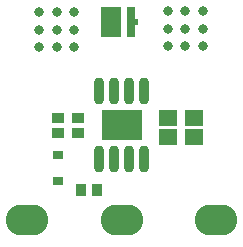
<source format=gts>
G04*
G04 #@! TF.GenerationSoftware,Altium Limited,Altium Designer,19.1.8 (144)*
G04*
G04 Layer_Color=8388736*
%FSLAX25Y25*%
%MOIN*%
G70*
G01*
G75*
%ADD13R,0.02756X0.09843*%
%ADD14R,0.06693X0.09843*%
%ADD15R,0.03661X0.02854*%
%ADD16R,0.04134X0.03740*%
%ADD17R,0.05906X0.05512*%
%ADD18O,0.03543X0.09055*%
%ADD19R,0.13787X0.10287*%
%ADD20R,0.03740X0.04134*%
%ADD21R,0.01772X0.02362*%
G04:AMPARAMS|DCode=22|XSize=102.36mil|YSize=141.73mil|CornerRadius=51.18mil|HoleSize=0mil|Usage=FLASHONLY|Rotation=90.000|XOffset=0mil|YOffset=0mil|HoleType=Round|Shape=RoundedRectangle|*
%AMROUNDEDRECTD22*
21,1,0.10236,0.03937,0,0,90.0*
21,1,0.00000,0.14173,0,0,90.0*
1,1,0.10236,0.01968,0.00000*
1,1,0.10236,0.01968,0.00000*
1,1,0.10236,-0.01968,0.00000*
1,1,0.10236,-0.01968,0.00000*
%
%ADD22ROUNDEDRECTD22*%
%ADD23C,0.03150*%
D13*
X44331Y73721D02*
D03*
D14*
X37835D02*
D03*
D15*
X20079Y29528D02*
D03*
Y20768D02*
D03*
D16*
X26772Y41929D02*
D03*
Y36811D02*
D03*
X20079Y41929D02*
D03*
Y36811D02*
D03*
D17*
X65354Y41732D02*
D03*
Y35433D02*
D03*
X56693Y41732D02*
D03*
Y35433D02*
D03*
D18*
X33839Y50669D02*
D03*
X48839D02*
D03*
X43839D02*
D03*
X38839D02*
D03*
X48839Y28071D02*
D03*
X43839D02*
D03*
X38839D02*
D03*
X33839D02*
D03*
D19*
X41339Y39370D02*
D03*
D20*
X33071Y17717D02*
D03*
X27953D02*
D03*
D21*
X46004Y73721D02*
D03*
D22*
X9843Y7874D02*
D03*
X72835D02*
D03*
X41339D02*
D03*
D23*
X36673Y41929D02*
D03*
X36654Y36811D02*
D03*
X41180D02*
D03*
X25599Y71260D02*
D03*
X19689D02*
D03*
X25599Y77165D02*
D03*
X13780D02*
D03*
X19689D02*
D03*
X13780Y71260D02*
D03*
X19689Y65354D02*
D03*
X13780D02*
D03*
X25599D02*
D03*
X68512Y65748D02*
D03*
X56693D02*
D03*
X62603D02*
D03*
X56693Y71653D02*
D03*
X62603Y77559D02*
D03*
X56693D02*
D03*
X68512D02*
D03*
X62603Y71653D02*
D03*
X68512D02*
D03*
X41180Y41929D02*
D03*
X45661D02*
D03*
Y36811D02*
D03*
M02*

</source>
